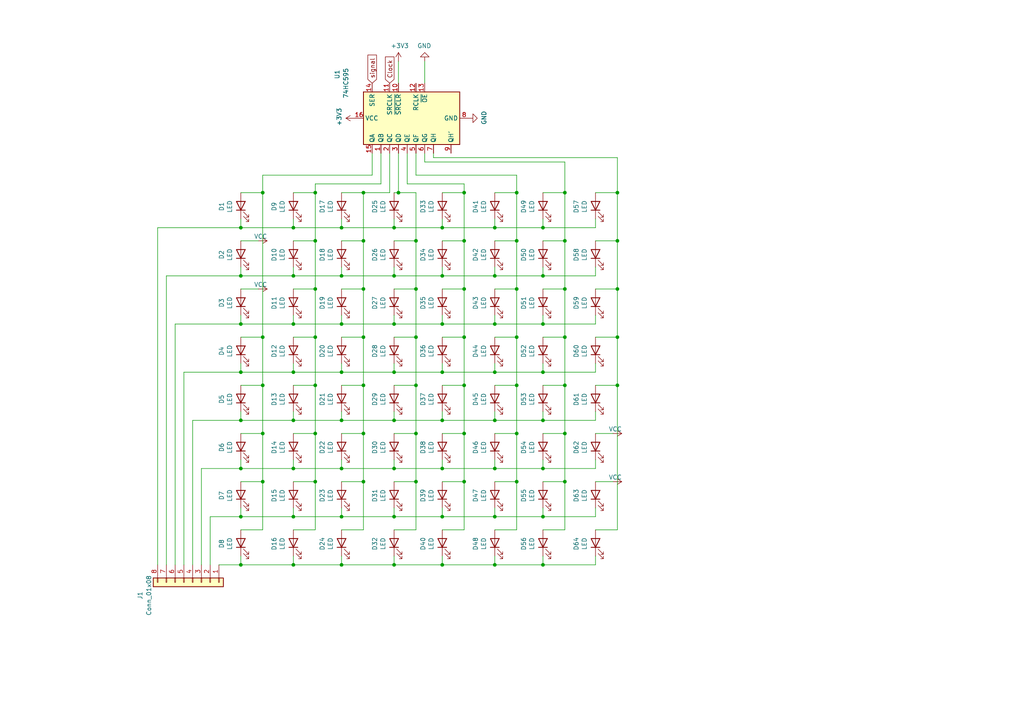
<source format=kicad_sch>
(kicad_sch (version 20211123) (generator eeschema)
  (paper "A4")
  (lib_symbols
    (symbol "74xx:74HC595"
      (property "Reference" "U" (at -7.62 13.97 0))
      (property "Value" "74HC595" (at -7.62 -16.51 0))
      (symbol "74HC595_1_0"
        (pin tri_state line (at 10.16 7.62 180) (length 2.54) (name "QB") (number "1"))
        (pin input line (at -10.16 2.54 0) (length 2.54) (name "~{SRCLR}") (number "10"))
        (pin input line (at -10.16 5.08 0) (length 2.54) (name "SRCLK") (number "11"))
        (pin input line (at -10.16 -2.54 0) (length 2.54) (name "RCLK") (number "12"))
        (pin input line (at -10.16 -5.08 0) (length 2.54) (name "~{OE}") (number "13"))
        (pin input line (at -10.16 10.16 0) (length 2.54) (name "SER") (number "14"))
        (pin tri_state line (at 10.16 10.16 180) (length 2.54) (name "QA") (number "15"))
        (pin power_in line (at 0 15.24 270) (length 2.54) (name "VCC") (number "16"))
        (pin tri_state line (at 10.16 5.08 180) (length 2.54) (name "QC") (number "2"))
        (pin tri_state line (at 10.16 2.54 180) (length 2.54) (name "QD") (number "3"))
        (pin tri_state line (at 10.16 0 180) (length 2.54) (name "QE") (number "4"))
        (pin tri_state line (at 10.16 -2.54 180) (length 2.54) (name "QF") (number "5"))
        (pin tri_state line (at 10.16 -5.08 180) (length 2.54) (name "QG") (number "6"))
        (pin tri_state line (at 10.16 -7.62 180) (length 2.54) (name "QH") (number "7"))
        (pin power_in line (at 0 -17.78 90) (length 2.54) (name "GND") (number "8"))
        (pin output line (at 10.16 -12.7 180) (length 2.54) (name "QH'") (number "9"))
      )
      (symbol "74HC595_1_1"
        (rectangle (start -7.62 12.7) (end 7.62 -15.24) (stroke (width 0.254)) (fill (type background)))
      )
    )
    (symbol "Connector_Generic:Conn_01x08" (pin_names (offset 1.016) hide)
      (property "Reference" "J" (at 0 10.16 0))
      (property "Value" "Conn_01x08" (at 0 -12.7 0))
      (symbol "Conn_01x08_1_1"
        (rectangle (start -1.27 -10.033) (end 0 -10.287) (stroke (width 0.1524)))
        (rectangle (start -1.27 -7.493) (end 0 -7.747) (stroke (width 0.1524)))
        (rectangle (start -1.27 -4.953) (end 0 -5.207) (stroke (width 0.1524)))
        (rectangle (start -1.27 -2.413) (end 0 -2.667) (stroke (width 0.1524)))
        (rectangle (start -1.27 0.127) (end 0 -0.127) (stroke (width 0.1524)))
        (rectangle (start -1.27 2.667) (end 0 2.413) (stroke (width 0.1524)))
        (rectangle (start -1.27 5.207) (end 0 4.953) (stroke (width 0.1524)))
        (rectangle (start -1.27 7.747) (end 0 7.493) (stroke (width 0.1524)))
        (rectangle (start -1.27 8.89) (end 1.27 -11.43) (stroke (width 0.254)) (fill (type background)))
        (pin passive line (at -5.08 7.62 0) (length 3.81) (name "Pin_1") (number "1"))
        (pin passive line (at -5.08 5.08 0) (length 3.81) (name "Pin_2") (number "2"))
        (pin passive line (at -5.08 2.54 0) (length 3.81) (name "Pin_3") (number "3"))
        (pin passive line (at -5.08 0 0) (length 3.81) (name "Pin_4") (number "4"))
        (pin passive line (at -5.08 -2.54 0) (length 3.81) (name "Pin_5") (number "5"))
        (pin passive line (at -5.08 -5.08 0) (length 3.81) (name "Pin_6") (number "6"))
        (pin passive line (at -5.08 -7.62 0) (length 3.81) (name "Pin_7") (number "7"))
        (pin passive line (at -5.08 -10.16 0) (length 3.81) (name "Pin_8") (number "8"))
      )
    )
    (symbol "Device:LED" (pin_numbers hide) (pin_names (offset 1.016) hide)
      (property "Reference" "D" (at 0 2.54 0))
      (property "Value" "LED" (at 0 -2.54 0))
      (symbol "LED_0_1"
        (polyline (pts (xy -1.27 -1.27) (xy -1.27 1.27)) (stroke (width 0.254)))
        (polyline (pts (xy -1.27 0) (xy 1.27 0)))
        (polyline (pts (xy 1.27 -1.27) (xy 1.27 1.27) (xy -1.27 0) (xy 1.27 -1.27)) (stroke (width 0.254)))
        (polyline (pts (xy -3.048 -0.762) (xy -4.572 -2.286) (xy -3.81 -2.286) (xy -4.572 -2.286) (xy -4.572 -1.524)))
        (polyline (pts (xy -1.778 -0.762) (xy -3.302 -2.286) (xy -2.54 -2.286) (xy -3.302 -2.286) (xy -3.302 -1.524)))
      )
      (symbol "LED_1_1"
        (pin passive line (at -3.81 0 0) (length 2.54) (name "K") (number "1"))
        (pin passive line (at 3.81 0 180) (length 2.54) (name "A") (number "2"))
      )
    )
    (symbol "power:+3.3V" (power) (pin_names (offset 0))
      (property "Value" "+3.3V" (at 0 3.556 0))
      (symbol "+3.3V_0_1"
        (polyline (pts (xy -0.762 1.27) (xy 0 2.54)))
        (polyline (pts (xy 0 0) (xy 0 2.54)))
        (polyline (pts (xy 0 2.54) (xy 0.762 1.27)))
      )
      (symbol "+3.3V_1_1"
        (pin power_in line (at 0 0 90) (length 0) hide (name "+3V3") (number "1"))
      )
    )
    (symbol "power:GND" (power) (pin_names (offset 0))
      (property "Value" "GND" (at 0 -3.81 0))
      (symbol "GND_0_1"
        (polyline (pts (xy 0 0) (xy 0 -1.27) (xy 1.27 -1.27) (xy 0 -2.54) (xy -1.27 -1.27) (xy 0 -1.27)))
      )
      (symbol "GND_1_1"
        (pin power_in line (at 0 0 270) (length 0) hide (name "GND") (number "1"))
      )
    )
    (symbol "power:VCC" (power) (pin_names (offset 0))
      (property "Value" "VCC" (at 0 3.81 0))
      (symbol "VCC_0_1"
        (polyline (pts (xy -0.762 1.27) (xy 0 2.54)))
        (polyline (pts (xy 0 0) (xy 0 2.54)))
        (polyline (pts (xy 0 2.54) (xy 0.762 1.27)))
      )
      (symbol "VCC_1_1"
        (pin power_in line (at 0 0 90) (length 0) hide (name "VCC") (number "1"))
      )
    )
  )
  (junction (at 163.83 139.7))
  (junction (at 91.44 125.73))
  (junction (at 163.83 55.88))
  (junction (at 99.06 163.83))
  (junction (at 114.3 93.98))
  (junction (at 134.62 55.88))
  (junction (at 128.27 121.92))
  (junction (at 143.51 80.01))
  (junction (at 143.51 107.95))
  (junction (at 134.62 111.76))
  (junction (at 91.44 111.76))
  (junction (at 134.62 69.85))
  (junction (at 91.44 69.85))
  (junction (at 163.83 97.79))
  (junction (at 163.83 83.82))
  (junction (at 134.62 125.73))
  (junction (at 85.09 66.04))
  (junction (at 99.06 66.04))
  (junction (at 149.86 111.76))
  (junction (at 85.09 163.83))
  (junction (at 114.3 107.95))
  (junction (at 120.65 97.79))
  (junction (at 85.09 135.89))
  (junction (at 143.51 163.83))
  (junction (at 143.51 149.86))
  (junction (at 114.3 121.92))
  (junction (at 149.86 69.85))
  (junction (at 179.07 55.88))
  (junction (at 128.27 107.95))
  (junction (at 134.62 139.7))
  (junction (at 99.06 80.01))
  (junction (at 128.27 149.86))
  (junction (at 115.57 55.88))
  (junction (at 143.51 93.98))
  (junction (at 85.09 149.86))
  (junction (at 128.27 93.98))
  (junction (at 99.06 107.95))
  (junction (at 114.3 135.89))
  (junction (at 134.62 97.79))
  (junction (at 85.09 80.01))
  (junction (at 157.48 93.98))
  (junction (at 163.83 111.76))
  (junction (at 69.85 149.86))
  (junction (at 105.41 97.79))
  (junction (at 114.3 66.04))
  (junction (at 69.85 135.89))
  (junction (at 85.09 107.95))
  (junction (at 99.06 149.86))
  (junction (at 69.85 66.04))
  (junction (at 91.44 83.82))
  (junction (at 91.44 97.79))
  (junction (at 120.65 111.76))
  (junction (at 120.65 83.82))
  (junction (at 69.85 107.95))
  (junction (at 149.86 83.82))
  (junction (at 128.27 80.01))
  (junction (at 149.86 125.73))
  (junction (at 157.48 163.83))
  (junction (at 85.09 93.98))
  (junction (at 128.27 135.89))
  (junction (at 105.41 83.82))
  (junction (at 157.48 121.92))
  (junction (at 69.85 163.83))
  (junction (at 179.07 111.76))
  (junction (at 105.41 125.73))
  (junction (at 76.2 97.79))
  (junction (at 99.06 121.92))
  (junction (at 85.09 121.92))
  (junction (at 143.51 121.92))
  (junction (at 76.2 55.88))
  (junction (at 149.86 139.7))
  (junction (at 105.41 139.7))
  (junction (at 157.48 135.89))
  (junction (at 69.85 121.92))
  (junction (at 99.06 135.89))
  (junction (at 149.86 55.88))
  (junction (at 69.85 80.01))
  (junction (at 120.65 139.7))
  (junction (at 157.48 80.01))
  (junction (at 69.85 93.98))
  (junction (at 114.3 149.86))
  (junction (at 105.41 55.88))
  (junction (at 128.27 66.04))
  (junction (at 99.06 93.98))
  (junction (at 114.3 163.83))
  (junction (at 163.83 69.85))
  (junction (at 143.51 66.04))
  (junction (at 91.44 55.88))
  (junction (at 128.27 163.83))
  (junction (at 76.2 111.76))
  (junction (at 179.07 69.85))
  (junction (at 91.44 139.7))
  (junction (at 76.2 139.7))
  (junction (at 76.2 125.73))
  (junction (at 157.48 149.86))
  (junction (at 157.48 107.95))
  (junction (at 179.07 97.79))
  (junction (at 179.07 83.82))
  (junction (at 105.41 111.76))
  (junction (at 134.62 83.82))
  (junction (at 163.83 125.73))
  (junction (at 157.48 66.04))
  (junction (at 143.51 135.89))
  (junction (at 105.41 69.85))
  (junction (at 120.65 69.85))
  (junction (at 120.65 125.73))
  (junction (at 149.86 97.79))
  (junction (at 114.3 80.01))
  (wire (pts (xy 85.09 66.04) (xy 99.06 66.04)))
  (wire (pts (xy 128.27 91.44) (xy 128.27 93.98)))
  (wire (pts (xy 157.48 97.79) (xy 163.83 97.79)))
  (wire (pts (xy 85.09 125.73) (xy 91.44 125.73)))
  (wire (pts (xy 85.09 119.38) (xy 85.09 121.92)))
  (wire (pts (xy 123.19 46.99) (xy 123.19 44.45)))
  (wire (pts (xy 120.65 50.8) (xy 120.65 44.45)))
  (wire (pts (xy 91.44 55.88) (xy 91.44 53.34)))
  (wire (pts (xy 114.3 63.5) (xy 114.3 66.04)))
  (wire (pts (xy 107.95 50.8) (xy 107.95 44.45)))
  (wire (pts (xy 163.83 139.7) (xy 163.83 125.73)))
  (wire (pts (xy 114.3 139.7) (xy 120.65 139.7)))
  (wire (pts (xy 179.07 83.82) (xy 179.07 69.85)))
  (wire (pts (xy 85.09 63.5) (xy 85.09 66.04)))
  (wire (pts (xy 99.06 66.04) (xy 114.3 66.04)))
  (wire (pts (xy 134.62 139.7) (xy 134.62 125.73)))
  (wire (pts (xy 99.06 149.86) (xy 99.06 147.32)))
  (wire (pts (xy 114.3 135.89) (xy 128.27 135.89)))
  (wire (pts (xy 85.09 139.7) (xy 91.44 139.7)))
  (wire (pts (xy 143.51 119.38) (xy 143.51 121.92)))
  (wire (pts (xy 143.51 80.01) (xy 157.48 80.01)))
  (wire (pts (xy 157.48 66.04) (xy 172.72 66.04)))
  (wire (pts (xy 128.27 163.83) (xy 143.51 163.83)))
  (wire (pts (xy 69.85 111.76) (xy 76.2 111.76)))
  (wire (pts (xy 45.72 66.04) (xy 69.85 66.04)))
  (wire (pts (xy 114.3 55.88) (xy 115.57 55.88)))
  (wire (pts (xy 69.85 83.82) (xy 74.93 83.82)))
  (wire (pts (xy 91.44 53.34) (xy 110.49 53.34)))
  (wire (pts (xy 172.72 93.98) (xy 172.72 91.44)))
  (wire (pts (xy 120.65 97.79) (xy 120.65 83.82)))
  (wire (pts (xy 69.85 66.04) (xy 85.09 66.04)))
  (wire (pts (xy 123.19 17.78) (xy 123.19 24.13)))
  (wire (pts (xy 157.48 55.88) (xy 163.83 55.88)))
  (wire (pts (xy 99.06 139.7) (xy 105.41 139.7)))
  (wire (pts (xy 114.3 105.41) (xy 114.3 107.95)))
  (wire (pts (xy 114.3 121.92) (xy 128.27 121.92)))
  (wire (pts (xy 85.09 107.95) (xy 99.06 107.95)))
  (wire (pts (xy 128.27 97.79) (xy 134.62 97.79)))
  (wire (pts (xy 114.3 93.98) (xy 128.27 93.98)))
  (wire (pts (xy 149.86 83.82) (xy 149.86 69.85)))
  (wire (pts (xy 99.06 121.92) (xy 114.3 121.92)))
  (wire (pts (xy 157.48 83.82) (xy 163.83 83.82)))
  (wire (pts (xy 50.8 93.98) (xy 69.85 93.98)))
  (wire (pts (xy 157.48 125.73) (xy 163.83 125.73)))
  (wire (pts (xy 69.85 133.35) (xy 69.85 135.89)))
  (wire (pts (xy 149.86 69.85) (xy 149.86 55.88)))
  (wire (pts (xy 157.48 147.32) (xy 157.48 149.86)))
  (wire (pts (xy 91.44 125.73) (xy 91.44 111.76)))
  (wire (pts (xy 85.09 105.41) (xy 85.09 107.95)))
  (wire (pts (xy 128.27 66.04) (xy 143.51 66.04)))
  (wire (pts (xy 85.09 121.92) (xy 99.06 121.92)))
  (wire (pts (xy 157.48 163.83) (xy 172.72 163.83)))
  (wire (pts (xy 69.85 80.01) (xy 85.09 80.01)))
  (wire (pts (xy 76.2 55.88) (xy 76.2 50.8)))
  (wire (pts (xy 69.85 80.01) (xy 48.26 80.01)))
  (wire (pts (xy 85.09 83.82) (xy 91.44 83.82)))
  (wire (pts (xy 157.48 119.38) (xy 157.48 121.92)))
  (wire (pts (xy 99.06 97.79) (xy 105.41 97.79)))
  (wire (pts (xy 69.85 147.32) (xy 69.85 149.86)))
  (wire (pts (xy 143.51 161.29) (xy 143.51 163.83)))
  (wire (pts (xy 120.65 153.67) (xy 120.65 139.7)))
  (wire (pts (xy 99.06 163.83) (xy 114.3 163.83)))
  (wire (pts (xy 69.85 135.89) (xy 85.09 135.89)))
  (wire (pts (xy 114.3 149.86) (xy 128.27 149.86)))
  (wire (pts (xy 157.48 153.67) (xy 163.83 153.67)))
  (wire (pts (xy 128.27 93.98) (xy 143.51 93.98)))
  (wire (pts (xy 85.09 97.79) (xy 91.44 97.79)))
  (wire (pts (xy 114.3 133.35) (xy 114.3 135.89)))
  (wire (pts (xy 85.09 91.44) (xy 85.09 93.98)))
  (wire (pts (xy 69.85 63.5) (xy 69.85 66.04)))
  (wire (pts (xy 128.27 153.67) (xy 134.62 153.67)))
  (wire (pts (xy 85.09 163.83) (xy 99.06 163.83)))
  (wire (pts (xy 110.49 53.34) (xy 110.49 44.45)))
  (wire (pts (xy 76.2 153.67) (xy 76.2 139.7)))
  (wire (pts (xy 99.06 55.88) (xy 105.41 55.88)))
  (wire (pts (xy 69.85 105.41) (xy 69.85 107.95)))
  (wire (pts (xy 85.09 77.47) (xy 85.09 80.01)))
  (wire (pts (xy 69.85 161.29) (xy 69.85 163.83)))
  (wire (pts (xy 128.27 125.73) (xy 134.62 125.73)))
  (wire (pts (xy 115.57 55.88) (xy 115.57 44.45)))
  (wire (pts (xy 55.88 121.92) (xy 69.85 121.92)))
  (wire (pts (xy 143.51 55.88) (xy 149.86 55.88)))
  (wire (pts (xy 105.41 139.7) (xy 105.41 125.73)))
  (wire (pts (xy 85.09 161.29) (xy 85.09 163.83)))
  (wire (pts (xy 85.09 149.86) (xy 85.09 147.32)))
  (wire (pts (xy 128.27 107.95) (xy 143.51 107.95)))
  (wire (pts (xy 143.51 147.32) (xy 143.51 149.86)))
  (wire (pts (xy 105.41 55.88) (xy 113.03 55.88)))
  (wire (pts (xy 163.83 69.85) (xy 163.83 55.88)))
  (wire (pts (xy 120.65 55.88) (xy 115.57 55.88)))
  (wire (pts (xy 134.62 55.88) (xy 134.62 53.34)))
  (wire (pts (xy 143.51 77.47) (xy 143.51 80.01)))
  (wire (pts (xy 85.09 135.89) (xy 99.06 135.89)))
  (wire (pts (xy 179.07 111.76) (xy 179.07 153.67)))
  (wire (pts (xy 157.48 91.44) (xy 157.48 93.98)))
  (wire (pts (xy 105.41 69.85) (xy 105.41 55.88)))
  (wire (pts (xy 91.44 111.76) (xy 91.44 97.79)))
  (wire (pts (xy 128.27 161.29) (xy 128.27 163.83)))
  (wire (pts (xy 128.27 69.85) (xy 134.62 69.85)))
  (wire (pts (xy 99.06 135.89) (xy 114.3 135.89)))
  (wire (pts (xy 69.85 121.92) (xy 85.09 121.92)))
  (wire (pts (xy 69.85 153.67) (xy 76.2 153.67)))
  (wire (pts (xy 149.86 139.7) (xy 149.86 125.73)))
  (wire (pts (xy 45.72 163.83) (xy 45.72 66.04)))
  (wire (pts (xy 91.44 83.82) (xy 91.44 69.85)))
  (wire (pts (xy 143.51 139.7) (xy 149.86 139.7)))
  (wire (pts (xy 157.48 80.01) (xy 172.72 80.01)))
  (wire (pts (xy 128.27 80.01) (xy 143.51 80.01)))
  (wire (pts (xy 172.72 139.7) (xy 177.8 139.7)))
  (wire (pts (xy 157.48 139.7) (xy 163.83 139.7)))
  (wire (pts (xy 128.27 119.38) (xy 128.27 121.92)))
  (wire (pts (xy 134.62 125.73) (xy 134.62 111.76)))
  (wire (pts (xy 114.3 97.79) (xy 120.65 97.79)))
  (wire (pts (xy 91.44 97.79) (xy 91.44 83.82)))
  (wire (pts (xy 85.09 149.86) (xy 99.06 149.86)))
  (wire (pts (xy 149.86 153.67) (xy 149.86 139.7)))
  (wire (pts (xy 58.42 135.89) (xy 69.85 135.89)))
  (wire (pts (xy 157.48 69.85) (xy 163.83 69.85)))
  (wire (pts (xy 120.65 83.82) (xy 120.65 69.85)))
  (wire (pts (xy 143.51 66.04) (xy 157.48 66.04)))
  (wire (pts (xy 157.48 105.41) (xy 157.48 107.95)))
  (wire (pts (xy 163.83 153.67) (xy 163.83 139.7)))
  (wire (pts (xy 143.51 93.98) (xy 157.48 93.98)))
  (wire (pts (xy 134.62 53.34) (xy 118.11 53.34)))
  (wire (pts (xy 143.51 135.89) (xy 157.48 135.89)))
  (wire (pts (xy 134.62 69.85) (xy 134.62 55.88)))
  (wire (pts (xy 172.72 66.04) (xy 172.72 63.5)))
  (wire (pts (xy 85.09 133.35) (xy 85.09 135.89)))
  (wire (pts (xy 85.09 69.85) (xy 91.44 69.85)))
  (wire (pts (xy 120.65 111.76) (xy 120.65 97.79)))
  (wire (pts (xy 143.51 149.86) (xy 157.48 149.86)))
  (wire (pts (xy 99.06 125.73) (xy 105.41 125.73)))
  (wire (pts (xy 120.65 139.7) (xy 120.65 125.73)))
  (wire (pts (xy 58.42 163.83) (xy 58.42 135.89)))
  (wire (pts (xy 172.72 163.83) (xy 172.72 161.29)))
  (wire (pts (xy 114.3 66.04) (xy 128.27 66.04)))
  (wire (pts (xy 69.85 149.86) (xy 85.09 149.86)))
  (wire (pts (xy 69.85 125.73) (xy 76.2 125.73)))
  (wire (pts (xy 128.27 105.41) (xy 128.27 107.95)))
  (wire (pts (xy 128.27 149.86) (xy 143.51 149.86)))
  (wire (pts (xy 105.41 97.79) (xy 105.41 83.82)))
  (wire (pts (xy 99.06 83.82) (xy 105.41 83.82)))
  (wire (pts (xy 172.72 69.85) (xy 179.07 69.85)))
  (wire (pts (xy 114.3 83.82) (xy 120.65 83.82)))
  (wire (pts (xy 179.07 45.72) (xy 125.73 45.72)))
  (wire (pts (xy 157.48 77.47) (xy 157.48 80.01)))
  (wire (pts (xy 128.27 55.88) (xy 134.62 55.88)))
  (wire (pts (xy 50.8 163.83) (xy 50.8 93.98)))
  (wire (pts (xy 172.72 111.76) (xy 179.07 111.76)))
  (wire (pts (xy 105.41 83.82) (xy 105.41 69.85)))
  (wire (pts (xy 85.09 111.76) (xy 91.44 111.76)))
  (wire (pts (xy 143.51 107.95) (xy 157.48 107.95)))
  (wire (pts (xy 85.09 93.98) (xy 99.06 93.98)))
  (wire (pts (xy 69.85 97.79) (xy 76.2 97.79)))
  (wire (pts (xy 120.65 125.73) (xy 120.65 111.76)))
  (wire (pts (xy 69.85 77.47) (xy 69.85 80.01)))
  (wire (pts (xy 143.51 69.85) (xy 149.86 69.85)))
  (wire (pts (xy 99.06 93.98) (xy 114.3 93.98)))
  (wire (pts (xy 99.06 77.47) (xy 99.06 80.01)))
  (wire (pts (xy 85.09 153.67) (xy 91.44 153.67)))
  (wire (pts (xy 76.2 125.73) (xy 76.2 111.76)))
  (wire (pts (xy 157.48 135.89) (xy 172.72 135.89)))
  (wire (pts (xy 99.06 153.67) (xy 105.41 153.67)))
  (wire (pts (xy 172.72 97.79) (xy 179.07 97.79)))
  (wire (pts (xy 105.41 111.76) (xy 105.41 97.79)))
  (wire (pts (xy 114.3 80.01) (xy 128.27 80.01)))
  (wire (pts (xy 125.73 45.72) (xy 125.73 44.45)))
  (wire (pts (xy 91.44 139.7) (xy 91.44 125.73)))
  (wire (pts (xy 143.51 121.92) (xy 157.48 121.92)))
  (wire (pts (xy 114.3 69.85) (xy 120.65 69.85)))
  (wire (pts (xy 53.34 163.83) (xy 53.34 107.95)))
  (wire (pts (xy 172.72 83.82) (xy 179.07 83.82)))
  (wire (pts (xy 157.48 93.98) (xy 172.72 93.98)))
  (wire (pts (xy 120.65 69.85) (xy 120.65 55.88)))
  (wire (pts (xy 99.06 107.95) (xy 114.3 107.95)))
  (wire (pts (xy 114.3 119.38) (xy 114.3 121.92)))
  (wire (pts (xy 128.27 121.92) (xy 143.51 121.92)))
  (wire (pts (xy 163.83 83.82) (xy 163.83 69.85)))
  (wire (pts (xy 99.06 105.41) (xy 99.06 107.95)))
  (wire (pts (xy 99.06 111.76) (xy 105.41 111.76)))
  (wire (pts (xy 179.07 111.76) (xy 179.07 97.79)))
  (wire (pts (xy 163.83 46.99) (xy 123.19 46.99)))
  (wire (pts (xy 134.62 83.82) (xy 134.62 69.85)))
  (wire (pts (xy 69.85 93.98) (xy 85.09 93.98)))
  (wire (pts (xy 143.51 163.83) (xy 157.48 163.83)))
  (wire (pts (xy 114.3 107.95) (xy 128.27 107.95)))
  (wire (pts (xy 143.51 125.73) (xy 149.86 125.73)))
  (wire (pts (xy 128.27 83.82) (xy 134.62 83.82)))
  (wire (pts (xy 69.85 119.38) (xy 69.85 121.92)))
  (wire (pts (xy 60.96 149.86) (xy 69.85 149.86)))
  (wire (pts (xy 53.34 107.95) (xy 69.85 107.95)))
  (wire (pts (xy 99.06 119.38) (xy 99.06 121.92)))
  (wire (pts (xy 143.51 153.67) (xy 149.86 153.67)))
  (wire (pts (xy 69.85 91.44) (xy 69.85 93.98)))
  (wire (pts (xy 143.51 83.82) (xy 149.86 83.82)))
  (wire (pts (xy 76.2 55.88) (xy 76.2 97.79)))
  (wire (pts (xy 157.48 133.35) (xy 157.48 135.89)))
  (wire (pts (xy 118.11 53.34) (xy 118.11 44.45)))
  (wire (pts (xy 99.06 80.01) (xy 114.3 80.01)))
  (wire (pts (xy 114.3 125.73) (xy 120.65 125.73)))
  (wire (pts (xy 76.2 111.76) (xy 76.2 97.79)))
  (wire (pts (xy 99.06 69.85) (xy 105.41 69.85)))
  (wire (pts (xy 163.83 125.73) (xy 163.83 111.76)))
  (wire (pts (xy 69.85 107.95) (xy 85.09 107.95)))
  (wire (pts (xy 69.85 139.7) (xy 76.2 139.7)))
  (wire (pts (xy 105.41 125.73) (xy 105.41 111.76)))
  (wire (pts (xy 99.06 161.29) (xy 99.06 163.83)))
  (wire (pts (xy 172.72 80.01) (xy 172.72 77.47)))
  (wire (pts (xy 149.86 97.79) (xy 149.86 83.82)))
  (wire (pts (xy 91.44 69.85) (xy 91.44 55.88)))
  (wire (pts (xy 76.2 50.8) (xy 107.95 50.8)))
  (wire (pts (xy 48.26 80.01) (xy 48.26 163.83)))
  (wire (pts (xy 85.09 80.01) (xy 99.06 80.01)))
  (wire (pts (xy 99.06 133.35) (xy 99.06 135.89)))
  (wire (pts (xy 115.57 24.13) (xy 115.57 17.78)))
  (wire (pts (xy 172.72 107.95) (xy 172.72 105.41)))
  (wire (pts (xy 172.72 55.88) (xy 179.07 55.88)))
  (wire (pts (xy 134.62 153.67) (xy 134.62 139.7)))
  (wire (pts (xy 157.48 107.95) (xy 172.72 107.95)))
  (wire (pts (xy 157.48 111.76) (xy 163.83 111.76)))
  (wire (pts (xy 113.03 55.88) (xy 113.03 44.45)))
  (wire (pts (xy 143.51 91.44) (xy 143.51 93.98)))
  (wire (pts (xy 149.86 111.76) (xy 149.86 97.79)))
  (wire (pts (xy 114.3 77.47) (xy 114.3 80.01)))
  (wire (pts (xy 69.85 55.88) (xy 76.2 55.88)))
  (wire (pts (xy 157.48 63.5) (xy 157.48 66.04)))
  (wire (pts (xy 99.06 63.5) (xy 99.06 66.04)))
  (wire (pts (xy 179.07 69.85) (xy 179.07 55.88)))
  (wire (pts (xy 149.86 50.8) (xy 120.65 50.8)))
  (wire (pts (xy 134.62 97.79) (xy 134.62 83.82)))
  (wire (pts (xy 172.72 153.67) (xy 179.07 153.67)))
  (wire (pts (xy 163.83 111.76) (xy 163.83 97.79)))
  (wire (pts (xy 179.07 97.79) (xy 179.07 83.82)))
  (wire (pts (xy 172.72 149.86) (xy 172.72 147.32)))
  (wire (pts (xy 128.27 135.89) (xy 143.51 135.89)))
  (wire (pts (xy 114.3 163.83) (xy 128.27 163.83)))
  (wire (pts (xy 114.3 161.29) (xy 114.3 163.83)))
  (wire (pts (xy 99.06 91.44) (xy 99.06 93.98)))
  (wire (pts (xy 179.07 55.88) (xy 179.07 45.72)))
  (wire (pts (xy 128.27 77.47) (xy 128.27 80.01)))
  (wire (pts (xy 128.27 133.35) (xy 128.27 135.89)))
  (wire (pts (xy 114.3 91.44) (xy 114.3 93.98)))
  (wire (pts (xy 85.09 55.88) (xy 91.44 55.88)))
  (wire (pts (xy 99.06 149.86) (xy 114.3 149.86)))
  (wire (pts (xy 114.3 111.76) (xy 120.65 111.76)))
  (wire (pts (xy 149.86 55.88) (xy 149.86 50.8)))
  (wire (pts (xy 105.41 153.67) (xy 105.41 139.7)))
  (wire (pts (xy 143.51 63.5) (xy 143.51 66.04)))
  (wire (pts (xy 172.72 125.73) (xy 177.8 125.73)))
  (wire (pts (xy 128.27 139.7) (xy 134.62 139.7)))
  (wire (pts (xy 143.51 111.76) (xy 149.86 111.76)))
  (wire (pts (xy 143.51 97.79) (xy 149.86 97.79)))
  (wire (pts (xy 172.72 121.92) (xy 172.72 119.38)))
  (wire (pts (xy 157.48 121.92) (xy 172.72 121.92)))
  (wire (pts (xy 172.72 135.89) (xy 172.72 133.35)))
  (wire (pts (xy 69.85 69.85) (xy 74.93 69.85)))
  (wire (pts (xy 63.5 163.83) (xy 69.85 163.83)))
  (wire (pts (xy 143.51 105.41) (xy 143.51 107.95)))
  (wire (pts (xy 163.83 97.79) (xy 163.83 83.82)))
  (wire (pts (xy 114.3 153.67) (xy 120.65 153.67)))
  (wire (pts (xy 157.48 161.29) (xy 157.48 163.83)))
  (wire (pts (xy 55.88 163.83) (xy 55.88 121.92)))
  (wire (pts (xy 157.48 149.86) (xy 172.72 149.86)))
  (wire (pts (xy 60.96 163.83) (xy 60.96 149.86)))
  (wire (pts (xy 128.27 63.5) (xy 128.27 66.04)))
  (wire (pts (xy 69.85 163.83) (xy 85.09 163.83)))
  (wire (pts (xy 128.27 147.32) (xy 128.27 149.86)))
  (wire (pts (xy 163.83 55.88) (xy 163.83 46.99)))
  (wire (pts (xy 128.27 111.76) (xy 134.62 111.76)))
  (wire (pts (xy 91.44 153.67) (xy 91.44 139.7)))
  (wire (pts (xy 134.62 111.76) (xy 134.62 97.79)))
  (wire (pts (xy 114.3 147.32) (xy 114.3 149.86)))
  (wire (pts (xy 76.2 139.7) (xy 76.2 125.73)))
  (wire (pts (xy 149.86 125.73) (xy 149.86 111.76)))
  (wire (pts (xy 143.51 133.35) (xy 143.51 135.89)))
  (global_label "Clock" (shape input) (at 113.03 24.13 90) (property "Intersheet References" "${INTERSHEET_REFS}" (effects hide)))
  (global_label "signal" (shape input) (at 107.95 24.13 90) (property "Intersheet References" "${INTERSHEET_REFS}" (effects hide)))
  (symbol (lib_id "Device:LED") (at 143.51 115.57 90) (unit 1)
    (property "Reference" "D45" (at 137.922 115.7986 0))
    (property "Value" "LED" (at 140.2842 115.7986 0))
    (property "Footprint" "LED_SMD:LED_0603_1608Metric" (effects hide))
  )
  (symbol (lib_id "Device:LED") (at 99.06 129.54 90) (unit 1)
    (property "Reference" "D22" (at 93.472 129.7686 0))
    (property "Value" "LED" (at 95.8342 129.7686 0))
    (property "Footprint" "LED_SMD:LED_0603_1608Metric" (effects hide))
  )
  (symbol (lib_id "Device:LED") (at 157.48 115.57 90) (unit 1)
    (property "Reference" "D53" (at 151.892 115.7986 0))
    (property "Value" "LED" (at 154.2542 115.7986 0))
    (property "Footprint" "LED_SMD:LED_0603_1608Metric" (effects hide))
  )
  (symbol (lib_id "Device:LED") (at 99.06 115.57 90) (unit 1)
    (property "Reference" "D21" (at 93.472 115.7986 0))
    (property "Value" "LED" (at 95.8342 115.7986 0))
    (property "Footprint" "LED_SMD:LED_0603_1608Metric" (effects hide))
  )
  (symbol (lib_id "Device:LED") (at 85.09 115.57 90) (unit 1)
    (property "Reference" "D13" (at 79.502 115.7986 0))
    (property "Value" "LED" (at 81.8642 115.7986 0))
    (property "Footprint" "LED_SMD:LED_0603_1608Metric" (effects hide))
  )
  (symbol (lib_id "Device:LED") (at 128.27 129.54 90) (unit 1)
    (property "Reference" "D38" (at 122.682 129.7686 0))
    (property "Value" "LED" (at 125.0442 129.7686 0))
    (property "Footprint" "LED_SMD:LED_0603_1608Metric" (effects hide))
  )
  (symbol (lib_id "Device:LED") (at 128.27 115.57 90) (unit 1)
    (property "Reference" "D37" (at 122.682 115.7986 0))
    (property "Value" "LED" (at 125.0442 115.7986 0))
    (property "Footprint" "LED_SMD:LED_0603_1608Metric" (effects hide))
  )
  (symbol (lib_id "Device:LED") (at 99.06 59.69 90) (unit 1)
    (property "Reference" "D17" (at 93.472 59.9186 0))
    (property "Value" "LED" (at 95.8342 59.9186 0))
    (property "Footprint" "LED_SMD:LED_0603_1608Metric" (effects hide))
  )
  (symbol (lib_id "Device:LED") (at 172.72 115.57 90) (unit 1)
    (property "Reference" "D61" (at 167.132 115.7986 0))
    (property "Value" "LED" (at 169.4942 115.7986 0))
    (property "Footprint" "LED_SMD:LED_0603_1608Metric" (effects hide))
  )
  (symbol (lib_id "Device:LED") (at 143.51 157.48 90) (unit 1)
    (property "Reference" "D48" (at 137.922 157.7086 0))
    (property "Value" "LED" (at 140.2842 157.7086 0))
    (property "Footprint" "LED_SMD:LED_0603_1608Metric" (effects hide))
  )
  (symbol (lib_id "Device:LED") (at 114.3 143.51 90) (unit 1)
    (property "Reference" "D31" (at 108.712 143.7386 0))
    (property "Value" "LED" (at 111.0742 143.7386 0))
    (property "Footprint" "LED_SMD:LED_0603_1608Metric" (effects hide))
  )
  (symbol (lib_id "Device:LED") (at 172.72 157.48 90) (unit 1)
    (property "Reference" "D64" (at 167.132 157.7086 0))
    (property "Value" "LED" (at 169.4942 157.7086 0))
    (property "Footprint" "LED_SMD:LED_0603_1608Metric" (effects hide))
  )
  (symbol (lib_id "Device:LED") (at 128.27 73.66 90) (unit 1)
    (property "Reference" "D34" (at 122.682 73.8886 0))
    (property "Value" "LED" (at 125.0442 73.8886 0))
    (property "Footprint" "LED_SMD:LED_0603_1608Metric" (effects hide))
  )
  (symbol (lib_id "Device:LED") (at 114.3 73.66 90) (unit 1)
    (property "Reference" "D26" (at 108.712 73.8886 0))
    (property "Value" "LED" (at 111.0742 73.8886 0))
    (property "Footprint" "LED_SMD:LED_0603_1608Metric" (effects hide))
  )
  (symbol (lib_id "Device:LED") (at 143.51 101.6 90) (unit 1)
    (property "Reference" "D44" (at 137.922 101.8286 0))
    (property "Value" "LED" (at 140.2842 101.8286 0))
    (property "Footprint" "LED_SMD:LED_0603_1608Metric" (effects hide))
  )
  (symbol (lib_id "Device:LED") (at 99.06 101.6 90) (unit 1)
    (property "Reference" "D20" (at 93.472 101.8286 0))
    (property "Value" "LED" (at 95.8342 101.8286 0))
    (property "Footprint" "LED_SMD:LED_0603_1608Metric" (effects hide))
  )
  (symbol (lib_id "Device:LED") (at 172.72 129.54 90) (unit 1)
    (property "Reference" "D62" (at 167.132 129.7686 0))
    (property "Value" "LED" (at 169.4942 129.7686 0))
    (property "Footprint" "LED_SMD:LED_0603_1608Metric" (effects hide))
  )
  (symbol (lib_id "power:VCC") (at 177.8 139.7 270) (unit 1)
    (property "Reference" "#PWR0107" (effects hide))
    (property "Value" "VCC" (at 176.53 138.43 90) (effects (justify left)))
  )
  (symbol (lib_id "Device:LED") (at 99.06 73.66 90) (unit 1)
    (property "Reference" "D18" (at 93.472 73.8886 0))
    (property "Value" "LED" (at 95.8342 73.8886 0))
    (property "Footprint" "LED_SMD:LED_0603_1608Metric" (effects hide))
  )
  (symbol (lib_id "Device:LED") (at 114.3 101.6 90) (unit 1)
    (property "Reference" "D28" (at 108.712 101.8286 0))
    (property "Value" "LED" (at 111.0742 101.8286 0))
    (property "Footprint" "LED_SMD:LED_0603_1608Metric" (effects hide))
  )
  (symbol (lib_id "Device:LED") (at 114.3 129.54 90) (unit 1)
    (property "Reference" "D30" (at 108.712 129.7686 0))
    (property "Value" "LED" (at 111.0742 129.7686 0))
    (property "Footprint" "LED_SMD:LED_0603_1608Metric" (effects hide))
  )
  (symbol (lib_id "power:GND") (at 135.89 34.29 90) (unit 1)
    (property "Reference" "#PWR0108" (effects hide))
    (property "Value" "GND" (at 140.3858 34.163 0))
  )
  (symbol (lib_id "Device:LED") (at 85.09 59.69 90) (unit 1)
    (property "Reference" "D9" (at 79.502 59.9186 0))
    (property "Value" "LED" (at 81.8642 59.9186 0))
    (property "Footprint" "LED_SMD:LED_0603_1608Metric" (effects hide))
  )
  (symbol (lib_id "Connector_Generic:Conn_01x08") (at 55.88 168.91 270) (unit 1)
    (property "Reference" "J1" (at 40.64 172.72 0))
    (property "Value" "Conn_01x08" (at 43.18 172.72 0))
    (property "Footprint" "Connector_PinHeader_2.54mm:PinHeader_1x08_P2.54mm_Vertical_SMD_Pin1Left" (effects hide))
  )
  (symbol (lib_id "74xx:74HC595") (at 118.11 34.29 90) (mirror x) (unit 1)
    (property "Reference" "U1" (at 97.79 21.59 0))
    (property "Value" "74HC595" (at 100.33 24.13 0))
    (property "Footprint" "Package_DIP:DIP-16_W7.62mm_SMDSocket_SmallPads" (effects hide))
    (property "Datasheet" "http://www.ti.com/lit/ds/symlink/sn74hc595.pdf" (effects hide))
  )
  (symbol (lib_id "Device:LED") (at 114.3 87.63 90) (unit 1)
    (property "Reference" "D27" (at 108.712 87.8586 0))
    (property "Value" "LED" (at 111.0742 87.8586 0))
    (property "Footprint" "LED_SMD:LED_0603_1608Metric" (effects hide))
  )
  (symbol (lib_id "Device:LED") (at 128.27 143.51 90) (unit 1)
    (property "Reference" "D39" (at 122.682 143.7386 0))
    (property "Value" "LED" (at 125.0442 143.7386 0))
    (property "Footprint" "LED_SMD:LED_0603_1608Metric" (effects hide))
  )
  (symbol (lib_id "Device:LED") (at 69.85 143.51 90) (unit 1)
    (property "Reference" "D7" (at 64.262 143.7386 0))
    (property "Value" "LED" (at 66.6242 143.7386 0))
    (property "Footprint" "LED_SMD:LED_0603_1608Metric" (effects hide))
  )
  (symbol (lib_id "Device:LED") (at 85.09 143.51 90) (unit 1)
    (property "Reference" "D15" (at 79.502 143.7386 0))
    (property "Value" "LED" (at 81.8642 143.7386 0))
    (property "Footprint" "LED_SMD:LED_0603_1608Metric" (effects hide))
  )
  (symbol (lib_id "Device:LED") (at 157.48 87.63 90) (unit 1)
    (property "Reference" "D51" (at 151.892 87.8586 0))
    (property "Value" "LED" (at 154.2542 87.8586 0))
    (property "Footprint" "LED_SMD:LED_0603_1608Metric" (effects hide))
  )
  (symbol (lib_id "power:VCC") (at 177.8 125.73 270) (unit 1)
    (property "Reference" "#PWR0106" (effects hide))
    (property "Value" "VCC" (at 176.53 124.46 90) (effects (justify left)))
  )
  (symbol (lib_id "Device:LED") (at 143.51 59.69 90) (unit 1)
    (property "Reference" "D41" (at 137.922 59.9186 0))
    (property "Value" "LED" (at 140.2842 59.9186 0))
    (property "Footprint" "LED_SMD:LED_0603_1608Metric" (effects hide))
  )
  (symbol (lib_id "Device:LED") (at 85.09 101.6 90) (unit 1)
    (property "Reference" "D12" (at 79.502 101.8286 0))
    (property "Value" "LED" (at 81.8642 101.8286 0))
    (property "Footprint" "LED_SMD:LED_0603_1608Metric" (effects hide))
  )
  (symbol (lib_id "power:+3.3V") (at 102.87 34.29 90) (unit 1)
    (property "Reference" "#PWR0103" (effects hide))
    (property "Value" "+3.3V" (at 98.3742 33.909 0))
  )
  (symbol (lib_id "Device:LED") (at 69.85 115.57 90) (unit 1)
    (property "Reference" "D5" (at 64.262 115.7986 0))
    (property "Value" "LED" (at 66.6242 115.7986 0))
    (property "Footprint" "LED_SMD:LED_0603_1608Metric" (effects hide))
  )
  (symbol (lib_id "Device:LED") (at 143.51 73.66 90) (unit 1)
    (property "Reference" "D42" (at 137.922 73.8886 0))
    (property "Value" "LED" (at 140.2842 73.8886 0))
    (property "Footprint" "LED_SMD:LED_0603_1608Metric" (effects hide))
  )
  (symbol (lib_id "power:GND") (at 123.19 17.78 180) (unit 1)
    (property "Reference" "#PWR0102" (effects hide))
    (property "Value" "GND" (at 123.063 13.2842 0))
  )
  (symbol (lib_id "Device:LED") (at 172.72 87.63 90) (unit 1)
    (property "Reference" "D59" (at 167.132 87.8586 0))
    (property "Value" "LED" (at 169.4942 87.8586 0))
    (property "Footprint" "LED_SMD:LED_0603_1608Metric" (effects hide))
  )
  (symbol (lib_id "Device:LED") (at 128.27 59.69 90) (unit 1)
    (property "Reference" "D33" (at 122.682 59.9186 0))
    (property "Value" "LED" (at 125.0442 59.9186 0))
    (property "Footprint" "LED_SMD:LED_0603_1608Metric" (effects hide))
  )
  (symbol (lib_id "Device:LED") (at 85.09 129.54 90) (unit 1)
    (property "Reference" "D14" (at 79.502 129.7686 0))
    (property "Value" "LED" (at 81.8642 129.7686 0))
    (property "Footprint" "LED_SMD:LED_0603_1608Metric" (effects hide))
  )
  (symbol (lib_id "Device:LED") (at 99.06 87.63 90) (unit 1)
    (property "Reference" "D19" (at 93.472 87.8586 0))
    (property "Value" "LED" (at 95.8342 87.8586 0))
    (property "Footprint" "LED_SMD:LED_0603_1608Metric" (effects hide))
  )
  (symbol (lib_id "Device:LED") (at 114.3 115.57 90) (unit 1)
    (property "Reference" "D29" (at 108.712 115.7986 0))
    (property "Value" "LED" (at 111.0742 115.7986 0))
    (property "Footprint" "LED_SMD:LED_0603_1608Metric" (effects hide))
  )
  (symbol (lib_id "Device:LED") (at 69.85 101.6 90) (unit 1)
    (property "Reference" "D4" (at 64.262 101.8286 0))
    (property "Value" "LED" (at 66.6242 101.8286 0))
    (property "Footprint" "LED_SMD:LED_0603_1608Metric" (effects hide))
  )
  (symbol (lib_id "Device:LED") (at 85.09 73.66 90) (unit 1)
    (property "Reference" "D10" (at 79.502 73.8886 0))
    (property "Value" "LED" (at 81.8642 73.8886 0))
    (property "Footprint" "LED_SMD:LED_0603_1608Metric" (effects hide))
  )
  (symbol (lib_id "Device:LED") (at 128.27 157.48 90) (unit 1)
    (property "Reference" "D40" (at 122.682 157.7086 0))
    (property "Value" "LED" (at 125.0442 157.7086 0))
    (property "Footprint" "LED_SMD:LED_0603_1608Metric" (effects hide))
  )
  (symbol (lib_id "Device:LED") (at 157.48 73.66 90) (unit 1)
    (property "Reference" "D50" (at 151.892 73.8886 0))
    (property "Value" "LED" (at 154.2542 73.8886 0))
    (property "Footprint" "LED_SMD:LED_0603_1608Metric" (effects hide))
  )
  (symbol (lib_id "Device:LED") (at 69.85 157.48 90) (unit 1)
    (property "Reference" "D8" (at 64.262 157.7086 0))
    (property "Value" "LED" (at 66.6242 157.7086 0))
    (property "Footprint" "LED_SMD:LED_0603_1608Metric" (effects hide))
  )
  (symbol (lib_id "Device:LED") (at 85.09 87.63 90) (unit 1)
    (property "Reference" "D11" (at 79.502 87.8586 0))
    (property "Value" "LED" (at 81.8642 87.8586 0))
    (property "Footprint" "LED_SMD:LED_0603_1608Metric" (effects hide))
  )
  (symbol (lib_id "Device:LED") (at 157.48 157.48 90) (unit 1)
    (property "Reference" "D56" (at 151.892 157.7086 0))
    (property "Value" "LED" (at 154.2542 157.7086 0))
    (property "Footprint" "LED_SMD:LED_0603_1608Metric" (effects hide))
  )
  (symbol (lib_id "Device:LED") (at 143.51 129.54 90) (unit 1)
    (property "Reference" "D46" (at 137.922 129.7686 0))
    (property "Value" "LED" (at 140.2842 129.7686 0))
    (property "Footprint" "LED_SMD:LED_0603_1608Metric" (effects hide))
  )
  (symbol (lib_id "power:VCC") (at 74.93 83.82 270) (unit 1)
    (property "Reference" "#PWR0104" (effects hide))
    (property "Value" "VCC" (at 73.66 82.55 90) (effects (justify left)))
  )
  (symbol (lib_id "Device:LED") (at 69.85 73.66 90) (unit 1)
    (property "Reference" "D2" (at 64.262 73.8886 0))
    (property "Value" "LED" (at 66.6242 73.8886 0))
    (property "Footprint" "LED_SMD:LED_0603_1608Metric" (effects hide))
  )
  (symbol (lib_id "Device:LED") (at 99.06 157.48 90) (unit 1)
    (property "Reference" "D24" (at 93.472 157.7086 0))
    (property "Value" "LED" (at 95.8342 157.7086 0))
    (property "Footprint" "LED_SMD:LED_0603_1608Metric" (effects hide))
  )
  (symbol (lib_id "Device:LED") (at 157.48 143.51 90) (unit 1)
    (property "Reference" "D55" (at 151.892 143.7386 0))
    (property "Value" "LED" (at 154.2542 143.7386 0))
    (property "Footprint" "LED_SMD:LED_0603_1608Metric" (effects hide))
  )
  (symbol (lib_id "power:VCC") (at 74.93 69.85 270) (unit 1)
    (property "Reference" "#PWR0105" (effects hide))
    (property "Value" "VCC" (at 73.66 68.58 90) (effects (justify left)))
  )
  (symbol (lib_id "Device:LED") (at 69.85 87.63 90) (unit 1)
    (property "Reference" "D3" (at 64.262 87.8586 0))
    (property "Value" "LED" (at 66.6242 87.8586 0))
    (property "Footprint" "LED_SMD:LED_0603_1608Metric" (effects hide))
  )
  (symbol (lib_id "Device:LED") (at 85.09 157.48 90) (unit 1)
    (property "Reference" "D16" (at 79.502 157.7086 0))
    (property "Value" "LED" (at 81.8642 157.7086 0))
    (property "Footprint" "LED_SMD:LED_0603_1608Metric" (effects hide))
  )
  (symbol (lib_id "Device:LED") (at 69.85 59.69 90) (unit 1)
    (property "Reference" "D1" (at 64.262 59.9186 0))
    (property "Value" "LED" (at 66.6242 59.9186 0))
    (property "Footprint" "LED_SMD:LED_0603_1608Metric" (effects hide))
  )
  (symbol (lib_id "Device:LED") (at 114.3 59.69 90) (unit 1)
    (property "Reference" "D25" (at 108.712 59.9186 0))
    (property "Value" "LED" (at 111.0742 59.9186 0))
    (property "Footprint" "LED_SMD:LED_0603_1608Metric" (effects hide))
  )
  (symbol (lib_id "Device:LED") (at 172.72 143.51 90) (unit 1)
    (property "Reference" "D63" (at 167.132 143.7386 0))
    (property "Value" "LED" (at 169.4942 143.7386 0))
    (property "Footprint" "LED_SMD:LED_0603_1608Metric" (effects hide))
  )
  (symbol (lib_id "Device:LED") (at 143.51 87.63 90) (unit 1)
    (property "Reference" "D43" (at 137.922 87.8586 0))
    (property "Value" "LED" (at 140.2842 87.8586 0))
    (property "Footprint" "LED_SMD:LED_0603_1608Metric" (effects hide))
  )
  (symbol (lib_id "Device:LED") (at 143.51 143.51 90) (unit 1)
    (property "Reference" "D47" (at 137.922 143.7386 0))
    (property "Value" "LED" (at 140.2842 143.7386 0))
    (property "Footprint" "LED_SMD:LED_0603_1608Metric" (effects hide))
  )
  (symbol (lib_id "power:+3.3V") (at 115.57 17.78 0) (unit 1)
    (property "Reference" "#PWR0101" (effects hide))
    (property "Value" "+3.3V" (at 115.951 13.2842 0))
  )
  (symbol (lib_id "Device:LED") (at 172.72 59.69 90) (unit 1)
    (property "Reference" "D57" (at 167.132 59.9186 0))
    (property "Value" "LED" (at 169.4942 59.9186 0))
    (property "Footprint" "LED_SMD:LED_0603_1608Metric" (effects hide))
  )
  (symbol (lib_id "Device:LED") (at 172.72 101.6 90) (unit 1)
    (property "Reference" "D60" (at 167.132 101.8286 0))
    (property "Value" "LED" (at 169.4942 101.8286 0))
    (property "Footprint" "LED_SMD:LED_0603_1608Metric" (effects hide))
  )
  (symbol (lib_id "Device:LED") (at 99.06 143.51 90) (unit 1)
    (property "Reference" "D23" (at 93.472 143.7386 0))
    (property "Value" "LED" (at 95.8342 143.7386 0))
    (property "Footprint" "LED_SMD:LED_0603_1608Metric" (effects hide))
  )
  (symbol (lib_id "Device:LED") (at 128.27 87.63 90) (unit 1)
    (property "Reference" "D35" (at 122.682 87.8586 0))
    (property "Value" "LED" (at 125.0442 87.8586 0))
    (property "Footprint" "LED_SMD:LED_0603_1608Metric" (effects hide))
  )
  (symbol (lib_id "Device:LED") (at 172.72 73.66 90) (unit 1)
    (property "Reference" "D58" (at 167.132 73.8886 0))
    (property "Value" "LED" (at 169.4942 73.8886 0))
    (property "Footprint" "LED_SMD:LED_0603_1608Metric" (effects hide))
  )
  (symbol (lib_id "Device:LED") (at 114.3 157.48 90) (unit 1)
    (property "Reference" "D32" (at 108.712 157.7086 0))
    (property "Value" "LED" (at 111.0742 157.7086 0))
    (property "Footprint" "LED_SMD:LED_0603_1608Metric" (effects hide))
  )
  (symbol (lib_id "Device:LED") (at 157.48 59.69 90) (unit 1)
    (property "Reference" "D49" (at 151.892 59.9186 0))
    (property "Value" "LED" (at 154.2542 59.9186 0))
    (property "Footprint" "LED_SMD:LED_0603_1608Metric" (effects hide))
  )
  (symbol (lib_id "Device:LED") (at 157.48 129.54 90) (unit 1)
    (property "Reference" "D54" (at 151.892 129.7686 0))
    (property "Value" "LED" (at 154.2542 129.7686 0))
    (property "Footprint" "LED_SMD:LED_0603_1608Metric" (effects hide))
  )
  (symbol (lib_id "Device:LED") (at 69.85 129.54 90) (unit 1)
    (property "Reference" "D6" (at 64.262 129.7686 0))
    (property "Value" "LED" (at 66.6242 129.7686 0))
    (property "Footprint" "LED_SMD:LED_0603_1608Metric" (effects hide))
  )
  (symbol (lib_id "Device:LED") (at 157.48 101.6 90) (unit 1)
    (property "Reference" "D52" (at 151.892 101.8286 0))
    (property "Value" "LED" (at 154.2542 101.8286 0))
    (property "Footprint" "LED_SMD:LED_0603_1608Metric" (effects hide))
  )
  (symbol (lib_id "Device:LED") (at 128.27 101.6 90) (unit 1)
    (property "Reference" "D36" (at 122.682 101.8286 0))
    (property "Value" "LED" (at 125.0442 101.8286 0))
    (property "Footprint" "LED_SMD:LED_0603_1608Metric" (effects hide))
  )
)
</source>
